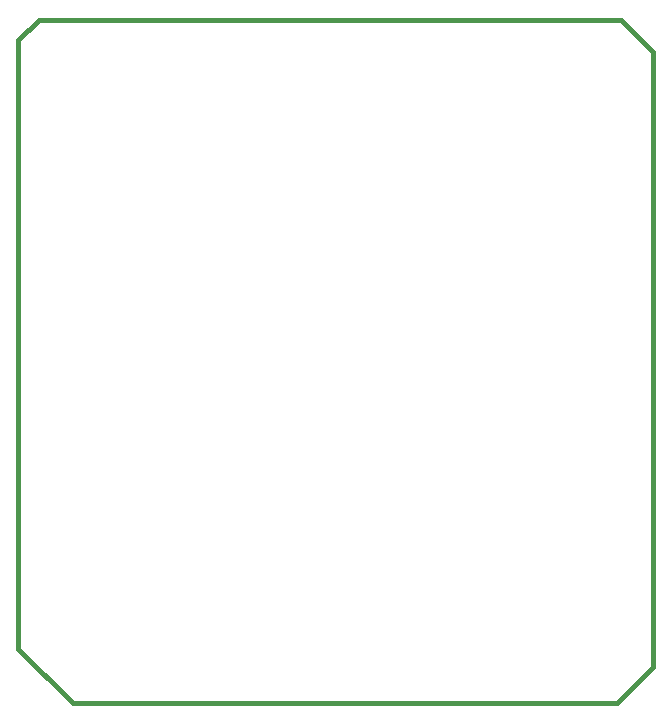
<source format=gm1>
%FSLAX43Y43*%
%MOMM*%
G71*
G01*
G75*
G04 Layer_Color=16711935*
%ADD10R,0.700X0.900*%
%ADD11R,1.700X1.100*%
%ADD12R,0.900X0.700*%
%ADD13R,1.100X1.700*%
%ADD14R,0.600X1.150*%
%ADD15O,0.300X4.000*%
G04:AMPARAMS|DCode=16|XSize=0.3mm|YSize=4mm|CornerRadius=0.075mm|HoleSize=0mm|Usage=FLASHONLY|Rotation=0.000|XOffset=0mm|YOffset=0mm|HoleType=Round|Shape=RoundedRectangle|*
%AMROUNDEDRECTD16*
21,1,0.300,3.850,0,0,0.0*
21,1,0.150,4.000,0,0,0.0*
1,1,0.150,0.075,-1.925*
1,1,0.150,-0.075,-1.925*
1,1,0.150,-0.075,1.925*
1,1,0.150,0.075,1.925*
%
%ADD16ROUNDEDRECTD16*%
%ADD17R,0.300X4.000*%
%ADD18O,1.900X0.600*%
%ADD19R,3.200X2.100*%
%ADD20R,0.900X2.100*%
%ADD21R,1.300X2.000*%
%ADD22R,2.000X2.000*%
%ADD23R,2.700X1.000*%
%ADD24R,2.700X3.300*%
%ADD25O,0.300X1.800*%
%ADD26O,1.800X0.300*%
%ADD27C,0.400*%
%ADD28C,0.500*%
%ADD29C,0.254*%
%ADD30C,0.300*%
%ADD31C,1.000*%
%ADD32C,0.700*%
%ADD33C,2.000*%
%ADD34C,1.524*%
%ADD35C,1.600*%
%ADD36R,1.600X1.600*%
%ADD37R,1.500X1.500*%
%ADD38O,1.000X1.524*%
%ADD39C,1.500*%
%ADD40R,1.500X1.500*%
%ADD41O,2.000X1.000*%
%ADD42O,2.000X1.000*%
%ADD43R,1.600X1.600*%
%ADD44C,1.400*%
%ADD45R,0.903X1.103*%
%ADD46R,1.903X1.303*%
%ADD47R,1.103X0.903*%
%ADD48R,1.303X1.903*%
%ADD49R,0.803X1.353*%
%ADD50O,0.503X4.203*%
G04:AMPARAMS|DCode=51|XSize=0.503mm|YSize=4.203mm|CornerRadius=0.177mm|HoleSize=0mm|Usage=FLASHONLY|Rotation=0.000|XOffset=0mm|YOffset=0mm|HoleType=Round|Shape=RoundedRectangle|*
%AMROUNDEDRECTD51*
21,1,0.503,3.850,0,0,0.0*
21,1,0.150,4.203,0,0,0.0*
1,1,0.353,0.075,-1.925*
1,1,0.353,-0.075,-1.925*
1,1,0.353,-0.075,1.925*
1,1,0.353,0.075,1.925*
%
%ADD51ROUNDEDRECTD51*%
%ADD52R,0.503X4.203*%
%ADD53O,2.103X0.803*%
%ADD54R,3.403X2.303*%
%ADD55R,1.103X2.303*%
%ADD56R,1.503X2.203*%
%ADD57R,2.203X2.203*%
%ADD58R,2.903X1.203*%
%ADD59R,2.903X3.503*%
%ADD60O,0.503X2.003*%
%ADD61O,2.003X0.503*%
%ADD62C,1.727*%
%ADD63C,1.803*%
%ADD64R,1.803X1.803*%
%ADD65R,1.703X1.703*%
%ADD66O,1.203X1.727*%
%ADD67C,1.703*%
%ADD68R,1.703X1.703*%
%ADD69O,2.203X1.203*%
%ADD70O,2.203X1.203*%
%ADD71R,1.803X1.803*%
%ADD72C,1.603*%
%ADD73C,0.406*%
D73*
X28928Y125534D02*
X78247D01*
X80950Y122832D01*
Y70767D02*
Y122832D01*
X77848Y67665D02*
X80950Y70767D01*
X31832Y67665D02*
X77848D01*
X27200Y72297D02*
X31832Y67665D01*
X27200Y72297D02*
Y123481D01*
Y123713D01*
Y123481D02*
Y123806D01*
X28928Y125534D01*
M02*

</source>
